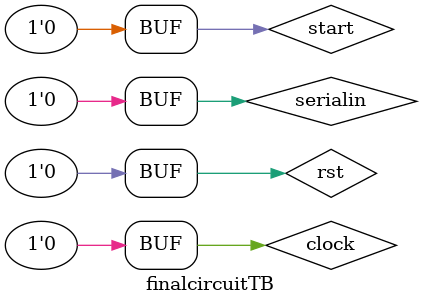
<source format=v>
`timescale 1ns/1ns
module finalcircuitTB();
	reg start = 0, rst = 0, serialin = 0, clock = 0;
	wire ready, serialout;
	finalcircuit post(ready ,clock, rst, start, serialin, serialout);
	initial begin
		repeat(100) #100 clock <= ~clock;
	end
	initial begin
		#40 start = 1;
		#100 start = 0;
	end
	initial begin
		#440 serialin = 0;
		#200 serialin = 1;
		#1000 serialin = 0;
		#200 serialin = 0;
		#200 serialin = 1;
		#400 serialin = 0;
		#800 serialin = 0;
		repeat(10) #200 serialin = $random % 2;
	end
endmodule


</source>
